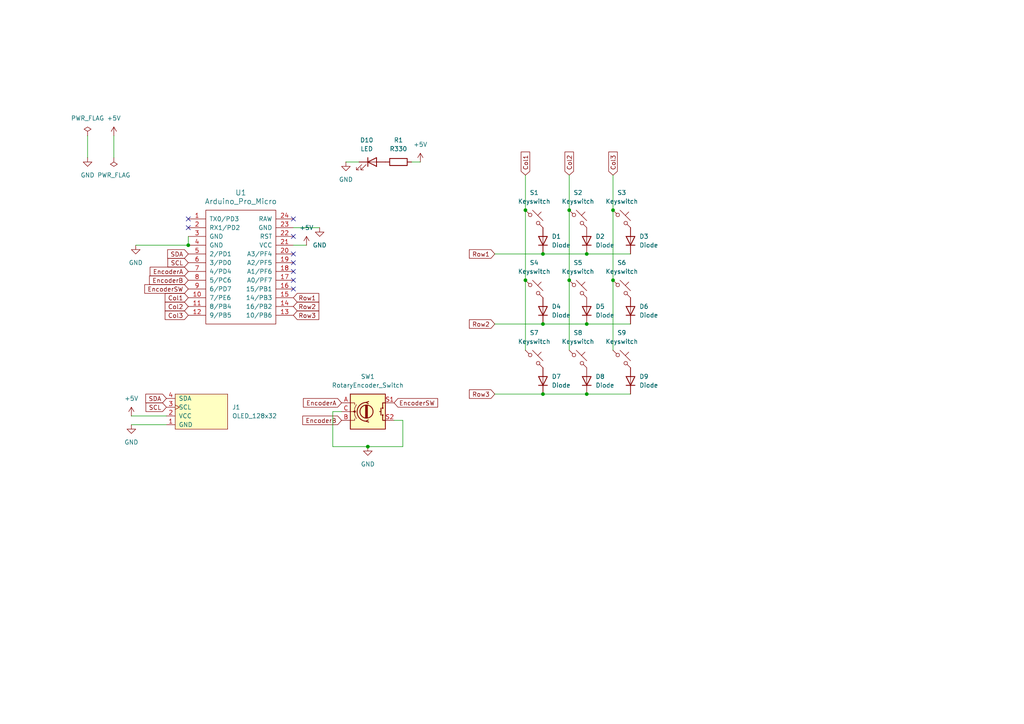
<source format=kicad_sch>
(kicad_sch (version 20231120) (generator "eeschema") (generator_version "8.0")
  (paper "A4")
  (lib_symbols
    (symbol "Device:LED" (pin_numbers hide) (pin_names (offset 1.016) hide)
      (property "Reference" "D" (at 0 2.54 0))
      (property "Value" "LED" (at 0 -2.54 0))
      (symbol "LED_0_1"
        (polyline (pts (xy -1.27 -1.27) (xy -1.27 1.27)) (stroke (width 0.254)))
        (polyline (pts (xy -1.27 0) (xy 1.27 0)))
        (polyline (pts (xy 1.27 -1.27) (xy 1.27 1.27) (xy -1.27 0) (xy 1.27 -1.27)) (stroke (width 0.254)))
        (polyline (pts (xy -3.048 -0.762) (xy -4.572 -2.286) (xy -3.81 -2.286) (xy -4.572 -2.286) (xy -4.572 -1.524)))
        (polyline (pts (xy -1.778 -0.762) (xy -3.302 -2.286) (xy -2.54 -2.286) (xy -3.302 -2.286) (xy -3.302 -1.524)))
      )
      (symbol "LED_1_1"
        (pin passive line (at -3.81 0 0) (length 2.54) (name "K") (number "1"))
        (pin passive line (at 3.81 0 180) (length 2.54) (name "A") (number "2"))
      )
    )
    (symbol "Device:R" (pin_numbers hide) (pin_names (offset 0))
      (property "Reference" "R" (at 2.032 0 90))
      (property "Value" "R" (at 0 0 90))
      (symbol "R_0_1"
        (rectangle (start -1.016 -2.54) (end 1.016 2.54) (stroke (width 0.254)))
      )
      (symbol "R_1_1"
        (pin passive line (at 0 3.81 270) (length 1.27) (name "~") (number "1"))
        (pin passive line (at 0 -3.81 90) (length 1.27) (name "~") (number "2"))
      )
    )
    (symbol "Device:RotaryEncoder_Switch" (pin_names (offset 0.254) hide)
      (property "Reference" "SW" (at 0 6.604 0))
      (property "Value" "RotaryEncoder_Switch" (at 0 -6.604 0))
      (symbol "RotaryEncoder_Switch_0_1"
        (rectangle (start -5.08 5.08) (end 5.08 -5.08) (stroke (width 0.254)) (fill (type background)))
        (circle (center -3.81 0) (radius 0.254) (fill (type outline)))
        (circle (center -0.381 0) (radius 1.905) (stroke (width 0.254)))
        (arc (start -0.381 2.667) (mid -3.0988 -0.0635) (end -0.381 -2.794) (stroke (width 0.254)))
        (polyline (pts (xy -0.635 -1.778) (xy -0.635 1.778)) (stroke (width 0.254)))
        (polyline (pts (xy -0.381 -1.778) (xy -0.381 1.778)) (stroke (width 0.254)))
        (polyline (pts (xy -0.127 1.778) (xy -0.127 -1.778)) (stroke (width 0.254)))
        (polyline (pts (xy 3.81 0) (xy 3.429 0)) (stroke (width 0.254)))
        (polyline (pts (xy 3.81 1.016) (xy 3.81 -1.016)) (stroke (width 0.254)))
        (polyline (pts (xy -5.08 -2.54) (xy -3.81 -2.54) (xy -3.81 -2.032)))
        (polyline (pts (xy -5.08 2.54) (xy -3.81 2.54) (xy -3.81 2.032)))
        (polyline (pts (xy 0.254 -3.048) (xy -0.508 -2.794) (xy 0.127 -2.413)) (stroke (width 0.254)))
        (polyline (pts (xy 0.254 2.921) (xy -0.508 2.667) (xy 0.127 2.286)) (stroke (width 0.254)))
        (polyline (pts (xy 5.08 -2.54) (xy 4.318 -2.54) (xy 4.318 -1.016)) (stroke (width 0.254)))
        (polyline (pts (xy 5.08 2.54) (xy 4.318 2.54) (xy 4.318 1.016)) (stroke (width 0.254)))
        (polyline (pts (xy -5.08 0) (xy -3.81 0) (xy -3.81 -1.016) (xy -3.302 -2.032)))
        (polyline (pts (xy -4.318 0) (xy -3.81 0) (xy -3.81 1.016) (xy -3.302 2.032)))
        (circle (center 4.318 -1.016) (radius 0.127) (stroke (width 0.254)))
        (circle (center 4.318 1.016) (radius 0.127) (stroke (width 0.254)))
      )
      (symbol "RotaryEncoder_Switch_1_1"
        (pin passive line (at -7.62 2.54 0) (length 2.54) (name "A") (number "A"))
        (pin passive line (at -7.62 -2.54 0) (length 2.54) (name "B") (number "B"))
        (pin passive line (at -7.62 0 0) (length 2.54) (name "C") (number "C"))
        (pin passive line (at 7.62 2.54 180) (length 2.54) (name "S1") (number "S1"))
        (pin passive line (at 7.62 -2.54 180) (length 2.54) (name "S2") (number "S2"))
      )
    )
    (symbol "ScottoKeebs:MCU_Arduino_Pro_Micro" (pin_names (offset 1.016))
      (property "Reference" "U" (at 0 0 0))
      (property "Value" "Arduino_Pro_Micro" (at 0 -19.05 0))
      (symbol "MCU_Arduino_Pro_Micro_0_1"
        (rectangle (start -10.16 16.51) (end 10.16 -16.51))
      )
      (symbol "MCU_Arduino_Pro_Micro_1_1"
        (pin input line (at -15.24 13.97 0) (length 5.08) (name "TX0/PD3") (number "1"))
        (pin input line (at -15.24 -8.89 0) (length 5.08) (name "7/PE6") (number "10"))
        (pin input line (at -15.24 -11.43 0) (length 5.08) (name "8/PB4") (number "11"))
        (pin input line (at -15.24 -13.97 0) (length 5.08) (name "9/PB5") (number "12"))
        (pin input line (at 15.24 -13.97 180) (length 5.08) (name "10/PB6") (number "13"))
        (pin input line (at 15.24 -11.43 180) (length 5.08) (name "16/PB2") (number "14"))
        (pin input line (at 15.24 -8.89 180) (length 5.08) (name "14/PB3") (number "15"))
        (pin input line (at 15.24 -6.35 180) (length 5.08) (name "15/PB1") (number "16"))
        (pin input line (at 15.24 -3.81 180) (length 5.08) (name "A0/PF7") (number "17"))
        (pin input line (at 15.24 -1.27 180) (length 5.08) (name "A1/PF6") (number "18"))
        (pin input line (at 15.24 1.27 180) (length 5.08) (name "A2/PF5") (number "19"))
        (pin input line (at -15.24 11.43 0) (length 5.08) (name "RX1/PD2") (number "2"))
        (pin input line (at 15.24 3.81 180) (length 5.08) (name "A3/PF4") (number "20"))
        (pin input line (at 15.24 6.35 180) (length 5.08) (name "VCC") (number "21"))
        (pin input line (at 15.24 8.89 180) (length 5.08) (name "RST") (number "22"))
        (pin input line (at 15.24 11.43 180) (length 5.08) (name "GND") (number "23"))
        (pin input line (at 15.24 13.97 180) (length 5.08) (name "RAW") (number "24"))
        (pin input line (at -15.24 8.89 0) (length 5.08) (name "GND") (number "3"))
        (pin input line (at -15.24 6.35 0) (length 5.08) (name "GND") (number "4"))
        (pin input line (at -15.24 3.81 0) (length 5.08) (name "2/PD1") (number "5"))
        (pin input line (at -15.24 1.27 0) (length 5.08) (name "3/PD0") (number "6"))
        (pin input line (at -15.24 -1.27 0) (length 5.08) (name "4/PD4") (number "7"))
        (pin input line (at -15.24 -3.81 0) (length 5.08) (name "5/PC6") (number "8"))
        (pin input line (at -15.24 -6.35 0) (length 5.08) (name "6/PD7") (number "9"))
      )
    )
    (symbol "ScottoKeebs:OLED_128x32" (pin_names (offset 1.016))
      (property "Reference" "J" (at 0 -6.35 0))
      (property "Value" "OLED_128x32" (at 0 6.35 0))
      (symbol "OLED_128x32_0_1"
        (rectangle (start 0 5.08) (end 15.24 -5.08) (fill (type background)))
      )
      (symbol "OLED_128x32_1_1"
        (pin power_in line (at -2.54 -3.81 0) (length 2.54) (name "GND") (number "1"))
        (pin power_in line (at -2.54 -1.27 0) (length 2.54) (name "VCC") (number "2"))
        (pin input clock (at -2.54 1.27 0) (length 2.54) (name "SCL") (number "3"))
        (pin bidirectional line (at -2.54 3.81 0) (length 2.54) (name "SDA") (number "4"))
      )
    )
    (symbol "ScottoKeebs:Placeholder_Diode" (pin_numbers hide) (pin_names hide)
      (property "Reference" "D" (at 0 2.54 0))
      (property "Value" "Diode" (at 0 -2.54 0))
      (symbol "Placeholder_Diode_0_1"
        (polyline (pts (xy -1.27 1.27) (xy -1.27 -1.27)) (stroke (width 0.254)))
        (polyline (pts (xy 1.27 0) (xy -1.27 0)))
        (polyline (pts (xy 1.27 1.27) (xy 1.27 -1.27) (xy -1.27 0) (xy 1.27 1.27)) (stroke (width 0.254)))
      )
      (symbol "Placeholder_Diode_1_1"
        (pin passive line (at -3.81 0 0) (length 2.54) (name "K") (number "1"))
        (pin passive line (at 3.81 0 180) (length 2.54) (name "A") (number "2"))
      )
    )
    (symbol "ScottoKeebs:Placeholder_Keyswitch" (pin_numbers hide) (pin_names (offset 1.016) hide)
      (property "Reference" "S" (at 3.048 1.016 0))
      (property "Value" "Keyswitch" (at 0 -3.81 0))
      (symbol "Placeholder_Keyswitch_0_1"
        (circle (center -1.1684 1.1684) (radius 0.508))
        (polyline (pts (xy -0.508 2.54) (xy 2.54 -0.508)))
        (polyline (pts (xy 1.016 1.016) (xy 2.032 2.032)))
        (polyline (pts (xy -2.54 2.54) (xy -1.524 1.524) (xy -1.524 1.524)))
        (polyline (pts (xy 1.524 -1.524) (xy 2.54 -2.54) (xy 2.54 -2.54) (xy 2.54 -2.54)))
        (circle (center 1.143 -1.1938) (radius 0.508))
        (pin passive line (at -2.54 2.54 0) (length 0) (name "1") (number "1"))
        (pin passive line (at 2.54 -2.54 180) (length 0) (name "2") (number "2"))
      )
    )
    (symbol "power:+5V" (power) (pin_numbers hide) (pin_names (offset 0) hide)
      (property "Value" "+5V" (at 0 3.556 0))
      (symbol "+5V_0_1"
        (polyline (pts (xy -0.762 1.27) (xy 0 2.54)))
        (polyline (pts (xy 0 0) (xy 0 2.54)))
        (polyline (pts (xy 0 2.54) (xy 0.762 1.27)))
      )
      (symbol "+5V_1_1"
        (pin power_in line (at 0 0 90) (length 0) (name "~") (number "1"))
      )
    )
    (symbol "power:GND" (power) (pin_numbers hide) (pin_names (offset 0) hide)
      (property "Value" "GND" (at 0 -3.81 0))
      (symbol "GND_0_1"
        (polyline (pts (xy 0 0) (xy 0 -1.27) (xy 1.27 -1.27) (xy 0 -2.54) (xy -1.27 -1.27) (xy 0 -1.27)))
      )
      (symbol "GND_1_1"
        (pin power_in line (at 0 0 270) (length 0) (name "~") (number "1"))
      )
    )
    (symbol "power:PWR_FLAG" (power) (pin_numbers hide) (pin_names (offset 0) hide)
      (property "Value" "PWR_FLAG" (at 0 3.81 0))
      (symbol "PWR_FLAG_0_0"
        (pin power_out line (at 0 0 90) (length 0) (name "~") (number "1"))
      )
      (symbol "PWR_FLAG_0_1"
        (polyline (pts (xy 0 0) (xy 0 1.27) (xy -1.016 1.905) (xy 0 2.54) (xy 1.016 1.905) (xy 0 1.27)))
      )
    )
  )
  (junction (at 170.18 73.66))
  (junction (at 170.18 93.98))
  (junction (at 152.4 81.28))
  (junction (at 54.61 71.12))
  (junction (at 165.1 60.96))
  (junction (at 177.8 60.96))
  (junction (at 157.48 93.98))
  (junction (at 157.48 114.3))
  (junction (at 152.4 60.96))
  (junction (at 157.48 73.66))
  (junction (at 170.18 114.3))
  (junction (at 106.68 129.54))
  (junction (at 165.1 81.28))
  (junction (at 177.8 81.28))
  (no_connect (at 85.09 78.74))
  (no_connect (at 85.09 63.5))
  (no_connect (at 85.09 76.2))
  (no_connect (at 85.09 73.66))
  (no_connect (at 85.09 81.28))
  (no_connect (at 85.09 68.58))
  (no_connect (at 85.09 83.82))
  (no_connect (at 54.61 63.5))
  (no_connect (at 54.61 66.04))
  (wire (pts (xy 177.8 81.28) (xy 177.8 101.6)))
  (wire (pts (xy 143.51 114.3) (xy 157.48 114.3)))
  (wire (pts (xy 170.18 73.66) (xy 182.88 73.66)))
  (wire (pts (xy 157.48 93.98) (xy 170.18 93.98)))
  (wire (pts (xy 114.3 121.92) (xy 116.84 121.92)))
  (wire (pts (xy 39.37 71.12) (xy 54.61 71.12)))
  (wire (pts (xy 96.52 119.38) (xy 96.52 129.54)))
  (wire (pts (xy 119.38 46.99) (xy 121.92 46.99)))
  (wire (pts (xy 99.06 119.38) (xy 96.52 119.38)))
  (wire (pts (xy 152.4 60.96) (xy 152.4 81.28)))
  (wire (pts (xy 165.1 60.96) (xy 165.1 81.28)))
  (wire (pts (xy 116.84 129.54) (xy 106.68 129.54)))
  (wire (pts (xy 38.1 120.65) (xy 48.26 120.65)))
  (wire (pts (xy 152.4 81.28) (xy 152.4 101.6)))
  (wire (pts (xy 177.8 60.96) (xy 177.8 81.28)))
  (wire (pts (xy 165.1 81.28) (xy 165.1 101.6)))
  (wire (pts (xy 85.09 66.04) (xy 92.71 66.04)))
  (wire (pts (xy 165.1 50.8) (xy 165.1 60.96)))
  (wire (pts (xy 100.33 46.99) (xy 104.14 46.99)))
  (wire (pts (xy 157.48 114.3) (xy 170.18 114.3)))
  (wire (pts (xy 177.8 50.8) (xy 177.8 60.96)))
  (wire (pts (xy 170.18 93.98) (xy 182.88 93.98)))
  (wire (pts (xy 170.18 114.3) (xy 182.88 114.3)))
  (wire (pts (xy 143.51 93.98) (xy 157.48 93.98)))
  (wire (pts (xy 85.09 71.12) (xy 88.9 71.12)))
  (wire (pts (xy 96.52 129.54) (xy 106.68 129.54)))
  (wire (pts (xy 152.4 50.8) (xy 152.4 60.96)))
  (wire (pts (xy 25.4 39.37) (xy 25.4 45.72)))
  (wire (pts (xy 33.02 39.37) (xy 33.02 45.72)))
  (wire (pts (xy 157.48 73.66) (xy 170.18 73.66)))
  (wire (pts (xy 54.61 68.58) (xy 54.61 71.12)))
  (wire (pts (xy 116.84 121.92) (xy 116.84 129.54)))
  (wire (pts (xy 38.1 123.19) (xy 48.26 123.19)))
  (wire (pts (xy 143.51 73.66) (xy 157.48 73.66)))
  (global_label "Row1" (shape input) (at 85.09 86.36 0) (property "Intersheetrefs" "${INTERSHEET_REFS}" (effects (hide yes))))
  (global_label "SDA" (shape input) (at 54.61 73.66 180) (property "Intersheetrefs" "${INTERSHEET_REFS}" (effects (hide yes))))
  (global_label "EncoderA" (shape input) (at 54.61 78.74 180) (property "Intersheetrefs" "${INTERSHEET_REFS}" (effects (hide yes))))
  (global_label "Col3" (shape input) (at 177.8 50.8 90) (property "Intersheetrefs" "${INTERSHEET_REFS}" (effects (hide yes))))
  (global_label "Row2" (shape input) (at 85.09 88.9 0) (property "Intersheetrefs" "${INTERSHEET_REFS}" (effects (hide yes))))
  (global_label "Col1" (shape input) (at 152.4 50.8 90) (property "Intersheetrefs" "${INTERSHEET_REFS}" (effects (hide yes))))
  (global_label "Col2" (shape input) (at 54.61 88.9 180) (property "Intersheetrefs" "${INTERSHEET_REFS}" (effects (hide yes))))
  (global_label "Row1" (shape input) (at 143.51 73.66 180) (property "Intersheetrefs" "${INTERSHEET_REFS}" (effects (hide yes))))
  (global_label "EncoderB" (shape input) (at 99.06 121.92 180) (property "Intersheetrefs" "${INTERSHEET_REFS}" (effects (hide yes))))
  (global_label "Row3" (shape input) (at 85.09 91.44 0) (property "Intersheetrefs" "${INTERSHEET_REFS}" (effects (hide yes))))
  (global_label "Col2" (shape input) (at 165.1 50.8 90) (property "Intersheetrefs" "${INTERSHEET_REFS}" (effects (hide yes))))
  (global_label "SCL" (shape input) (at 54.61 76.2 180) (property "Intersheetrefs" "${INTERSHEET_REFS}" (effects (hide yes))))
  (global_label "SCL" (shape input) (at 48.26 118.11 180) (property "Intersheetrefs" "${INTERSHEET_REFS}" (effects (hide yes))))
  (global_label "SDA" (shape input) (at 48.26 115.57 180) (property "Intersheetrefs" "${INTERSHEET_REFS}" (effects (hide yes))))
  (global_label "Row2" (shape input) (at 143.51 93.98 180) (property "Intersheetrefs" "${INTERSHEET_REFS}" (effects (hide yes))))
  (global_label "EncoderSW" (shape input) (at 114.3 116.84 0) (property "Intersheetrefs" "${INTERSHEET_REFS}" (effects (hide yes))))
  (global_label "EncoderSW" (shape input) (at 54.61 83.82 180) (property "Intersheetrefs" "${INTERSHEET_REFS}" (effects (hide yes))))
  (global_label "Col3" (shape input) (at 54.61 91.44 180) (property "Intersheetrefs" "${INTERSHEET_REFS}" (effects (hide yes))))
  (global_label "Row3" (shape input) (at 143.51 114.3 180) (property "Intersheetrefs" "${INTERSHEET_REFS}" (effects (hide yes))))
  (global_label "EncoderA" (shape input) (at 99.06 116.84 180) (property "Intersheetrefs" "${INTERSHEET_REFS}" (effects (hide yes))))
  (global_label "EncoderB" (shape input) (at 54.61 81.28 180) (property "Intersheetrefs" "${INTERSHEET_REFS}" (effects (hide yes))))
  (global_label "Col1" (shape input) (at 54.61 86.36 180) (property "Intersheetrefs" "${INTERSHEET_REFS}" (effects (hide yes))))
  (symbol (lib_id "ScottoKeebs:Placeholder_Keyswitch") (at 180.34 63.5 0) (unit 1)
    (property "Reference" "S3" (at 180.34 55.88 0))
    (property "Value" "Keyswitch" (at 180.34 58.42 0))
    (property "Footprint" "ScottoKeebs_MX:MX_PCB_1.00u" (effects (hide yes)))
    (property "Description" "Push button switch, normally open, two pins, 45° tilted" (effects (hide yes)))
  )
  (symbol (lib_id "power:+5V") (at 33.02 39.37 0) (unit 1)
    (property "Reference" "#PWR03" (effects (hide yes)))
    (property "Value" "+5V" (at 33.02 34.29 0))
    (property "Description" "Power symbol creates a global label with name \"+5V\"" (effects (hide yes)))
  )
  (symbol (lib_id "ScottoKeebs:Placeholder_Diode") (at 182.88 110.49 90) (unit 1)
    (property "Reference" "D9" (at 185.42 109.2199 90) (effects (justify right)))
    (property "Value" "Diode" (at 185.42 111.7599 90) (effects (justify right)))
    (property "Footprint" "ScottoKeebs_Components:Diode_DO-35" (effects (hide yes)))
    (property "Description" "1N4148 (DO-35) or 1N4148W (SOD-123)" (effects (hide yes)))
    (property "Sim.Device" "D" (effects (hide yes)))
    (property "Sim.Pins" "1=K 2=A" (effects (hide yes)))
  )
  (symbol (lib_id "Device:LED") (at 107.95 46.99 0) (unit 1)
    (property "Reference" "D10" (at 106.3625 40.64 0))
    (property "Value" "LED" (at 106.3625 43.18 0))
    (property "Footprint" "LED_THT:LED_D5.0mm" (effects (hide yes)))
    (property "Description" "Light emitting diode" (effects (hide yes)))
  )
  (symbol (lib_id "ScottoKeebs:Placeholder_Diode") (at 170.18 69.85 90) (unit 1)
    (property "Reference" "D2" (at 172.72 68.5799 90) (effects (justify right)))
    (property "Value" "Diode" (at 172.72 71.1199 90) (effects (justify right)))
    (property "Footprint" "ScottoKeebs_Components:Diode_DO-35" (effects (hide yes)))
    (property "Description" "1N4148 (DO-35) or 1N4148W (SOD-123)" (effects (hide yes)))
    (property "Sim.Device" "D" (effects (hide yes)))
    (property "Sim.Pins" "1=K 2=A" (effects (hide yes)))
  )
  (symbol (lib_id "ScottoKeebs:Placeholder_Keyswitch") (at 167.64 83.82 0) (unit 1)
    (property "Reference" "S5" (at 167.64 76.2 0))
    (property "Value" "Keyswitch" (at 167.64 78.74 0))
    (property "Footprint" "ScottoKeebs_MX:MX_PCB_1.00u" (effects (hide yes)))
    (property "Description" "Push button switch, normally open, two pins, 45° tilted" (effects (hide yes)))
  )
  (symbol (lib_id "ScottoKeebs:Placeholder_Keyswitch") (at 154.94 104.14 0) (unit 1)
    (property "Reference" "S7" (at 154.94 96.52 0))
    (property "Value" "Keyswitch" (at 154.94 99.06 0))
    (property "Footprint" "ScottoKeebs_MX:MX_PCB_1.00u" (effects (hide yes)))
    (property "Description" "Push button switch, normally open, two pins, 45° tilted" (effects (hide yes)))
  )
  (symbol (lib_id "power:PWR_FLAG") (at 25.4 39.37 0) (unit 1)
    (property "Reference" "#FLG01" (effects (hide yes)))
    (property "Value" "PWR_FLAG" (at 25.4 34.29 0))
    (property "Description" "Special symbol for telling ERC where power comes from" (effects (hide yes)))
  )
  (symbol (lib_id "ScottoKeebs:Placeholder_Keyswitch") (at 167.64 63.5 0) (unit 1)
    (property "Reference" "S2" (at 167.64 55.88 0))
    (property "Value" "Keyswitch" (at 167.64 58.42 0))
    (property "Footprint" "ScottoKeebs_MX:MX_PCB_1.00u" (effects (hide yes)))
    (property "Description" "Push button switch, normally open, two pins, 45° tilted" (effects (hide yes)))
  )
  (symbol (lib_id "power:+5V") (at 88.9 71.12 0) (unit 1)
    (property "Reference" "#PWR07" (effects (hide yes)))
    (property "Value" "+5V" (at 88.9 66.04 0))
    (property "Description" "Power symbol creates a global label with name \"+5V\"" (effects (hide yes)))
  )
  (symbol (lib_id "power:GND") (at 92.71 66.04 0) (unit 1)
    (property "Reference" "#PWR06" (effects (hide yes)))
    (property "Value" "GND" (at 92.71 71.12 0))
    (property "Description" "Power symbol creates a global label with name \"GND\" , ground" (effects (hide yes)))
  )
  (symbol (lib_id "ScottoKeebs:Placeholder_Diode") (at 170.18 110.49 90) (unit 1)
    (property "Reference" "D8" (at 172.72 109.2199 90) (effects (justify right)))
    (property "Value" "Diode" (at 172.72 111.7599 90) (effects (justify right)))
    (property "Footprint" "ScottoKeebs_Components:Diode_DO-35" (effects (hide yes)))
    (property "Description" "1N4148 (DO-35) or 1N4148W (SOD-123)" (effects (hide yes)))
    (property "Sim.Device" "D" (effects (hide yes)))
    (property "Sim.Pins" "1=K 2=A" (effects (hide yes)))
  )
  (symbol (lib_id "power:GND") (at 106.68 129.54 0) (unit 1)
    (property "Reference" "#PWR010" (effects (hide yes)))
    (property "Value" "GND" (at 106.68 134.62 0))
    (property "Description" "Power symbol creates a global label with name \"GND\" , ground" (effects (hide yes)))
  )
  (symbol (lib_id "ScottoKeebs:Placeholder_Keyswitch") (at 180.34 104.14 0) (unit 1)
    (property "Reference" "S9" (at 180.34 96.52 0))
    (property "Value" "Keyswitch" (at 180.34 99.06 0))
    (property "Footprint" "ScottoKeebs_MX:MX_PCB_1.00u" (effects (hide yes)))
    (property "Description" "Push button switch, normally open, two pins, 45° tilted" (effects (hide yes)))
  )
  (symbol (lib_id "power:GND") (at 39.37 71.12 0) (unit 1)
    (property "Reference" "#PWR05" (effects (hide yes)))
    (property "Value" "GND" (at 39.37 76.2 0))
    (property "Description" "Power symbol creates a global label with name \"GND\" , ground" (effects (hide yes)))
  )
  (symbol (lib_id "ScottoKeebs:Placeholder_Diode") (at 157.48 69.85 90) (unit 1)
    (property "Reference" "D1" (at 160.02 68.5799 90) (effects (justify right)))
    (property "Value" "Diode" (at 160.02 71.1199 90) (effects (justify right)))
    (property "Footprint" "ScottoKeebs_Components:Diode_DO-35" (effects (hide yes)))
    (property "Description" "1N4148 (DO-35) or 1N4148W (SOD-123)" (effects (hide yes)))
    (property "Sim.Device" "D" (effects (hide yes)))
    (property "Sim.Pins" "1=K 2=A" (effects (hide yes)))
  )
  (symbol (lib_id "power:+5V") (at 38.1 120.65 0) (unit 1)
    (property "Reference" "#PWR09" (effects (hide yes)))
    (property "Value" "+5V" (at 38.1 115.57 0))
    (property "Description" "Power symbol creates a global label with name \"+5V\"" (effects (hide yes)))
  )
  (symbol (lib_id "power:GND") (at 100.33 46.99 0) (unit 1)
    (property "Reference" "#PWR02" (effects (hide yes)))
    (property "Value" "GND" (at 100.33 52.07 0))
    (property "Description" "Power symbol creates a global label with name \"GND\" , ground" (effects (hide yes)))
  )
  (symbol (lib_id "ScottoKeebs:Placeholder_Keyswitch") (at 180.34 83.82 0) (unit 1)
    (property "Reference" "S6" (at 180.34 76.2 0))
    (property "Value" "Keyswitch" (at 180.34 78.74 0))
    (property "Footprint" "ScottoKeebs_MX:MX_PCB_1.00u" (effects (hide yes)))
    (property "Description" "Push button switch, normally open, two pins, 45° tilted" (effects (hide yes)))
  )
  (symbol (lib_id "ScottoKeebs:Placeholder_Diode") (at 157.48 110.49 90) (unit 1)
    (property "Reference" "D7" (at 160.02 109.2199 90) (effects (justify right)))
    (property "Value" "Diode" (at 160.02 111.7599 90) (effects (justify right)))
    (property "Footprint" "ScottoKeebs_Components:Diode_DO-35" (effects (hide yes)))
    (property "Description" "1N4148 (DO-35) or 1N4148W (SOD-123)" (effects (hide yes)))
    (property "Sim.Device" "D" (effects (hide yes)))
    (property "Sim.Pins" "1=K 2=A" (effects (hide yes)))
  )
  (symbol (lib_id "ScottoKeebs:OLED_128x32") (at 50.8 119.38 0) (unit 1)
    (property "Reference" "J1" (at 67.31 118.1099 0) (effects (justify left)))
    (property "Value" "OLED_128x32" (at 67.31 120.6499 0) (effects (justify left)))
    (property "Footprint" "ScottoKeebs_Components:OLED_128x32" (effects (hide yes)))
  )
  (symbol (lib_id "Device:RotaryEncoder_Switch") (at 106.68 119.38 0) (unit 1)
    (property "Reference" "SW1" (at 106.68 109.22 0))
    (property "Value" "RotaryEncoder_Switch" (at 106.68 111.76 0))
    (property "Footprint" "Rotary_Encoder:RotaryEncoder_Alps_EC12E-Switch_Vertical_H20mm" (effects (hide yes)))
    (property "Description" "Rotary encoder, dual channel, incremental quadrate outputs, with switch" (effects (hide yes)))
  )
  (symbol (lib_id "power:GND") (at 25.4 45.72 0) (unit 1)
    (property "Reference" "#PWR04" (effects (hide yes)))
    (property "Value" "GND" (at 25.4 50.8 0))
    (property "Description" "Power symbol creates a global label with name \"GND\" , ground" (effects (hide yes)))
  )
  (symbol (lib_id "ScottoKeebs:Placeholder_Diode") (at 170.18 90.17 90) (unit 1)
    (property "Reference" "D5" (at 172.72 88.8999 90) (effects (justify right)))
    (property "Value" "Diode" (at 172.72 91.4399 90) (effects (justify right)))
    (property "Footprint" "ScottoKeebs_Components:Diode_DO-35" (effects (hide yes)))
    (property "Description" "1N4148 (DO-35) or 1N4148W (SOD-123)" (effects (hide yes)))
    (property "Sim.Device" "D" (effects (hide yes)))
    (property "Sim.Pins" "1=K 2=A" (effects (hide yes)))
  )
  (symbol (lib_id "power:+5V") (at 121.92 46.99 0) (unit 1)
    (property "Reference" "#PWR01" (effects (hide yes)))
    (property "Value" "+5V" (at 121.92 41.91 0))
    (property "Description" "Power symbol creates a global label with name \"+5V\"" (effects (hide yes)))
  )
  (symbol (lib_id "Device:R") (at 115.57 46.99 90) (unit 1)
    (property "Reference" "R1" (at 115.57 40.64 90))
    (property "Value" "R330" (at 115.57 43.18 90))
    (property "Footprint" "Resistor_THT:R_Axial_DIN0207_L6.3mm_D2.5mm_P7.62mm_Horizontal" (effects (hide yes)))
    (property "Description" "Resistor" (effects (hide yes)))
  )
  (symbol (lib_id "ScottoKeebs:Placeholder_Keyswitch") (at 154.94 83.82 0) (unit 1)
    (property "Reference" "S4" (at 154.94 76.2 0))
    (property "Value" "Keyswitch" (at 154.94 78.74 0))
    (property "Footprint" "ScottoKeebs_MX:MX_PCB_1.00u" (effects (hide yes)))
    (property "Description" "Push button switch, normally open, two pins, 45° tilted" (effects (hide yes)))
  )
  (symbol (lib_id "ScottoKeebs:Placeholder_Diode") (at 182.88 90.17 90) (unit 1)
    (property "Reference" "D6" (at 185.42 88.8999 90) (effects (justify right)))
    (property "Value" "Diode" (at 185.42 91.4399 90) (effects (justify right)))
    (property "Footprint" "ScottoKeebs_Components:Diode_DO-35" (effects (hide yes)))
    (property "Description" "1N4148 (DO-35) or 1N4148W (SOD-123)" (effects (hide yes)))
    (property "Sim.Device" "D" (effects (hide yes)))
    (property "Sim.Pins" "1=K 2=A" (effects (hide yes)))
  )
  (symbol (lib_id "ScottoKeebs:Placeholder_Keyswitch") (at 167.64 104.14 0) (unit 1)
    (property "Reference" "S8" (at 167.64 96.52 0))
    (property "Value" "Keyswitch" (at 167.64 99.06 0))
    (property "Footprint" "ScottoKeebs_MX:MX_PCB_1.00u" (effects (hide yes)))
    (property "Description" "Push button switch, normally open, two pins, 45° tilted" (effects (hide yes)))
  )
  (symbol (lib_id "ScottoKeebs:MCU_Arduino_Pro_Micro") (at 69.85 77.47 0) (unit 1)
    (property "Reference" "U1" (at 69.85 55.88 0) (effects (font (size 1.524 1.524))))
    (property "Value" "Arduino_Pro_Micro" (at 69.85 58.42 0) (effects (font (size 1.524 1.524))))
    (property "Footprint" "ScottoKeebs_MCU:Arduino_Pro_Micro" (effects (hide yes)))
  )
  (symbol (lib_id "ScottoKeebs:Placeholder_Keyswitch") (at 154.94 63.5 0) (unit 1)
    (property "Reference" "S1" (at 154.94 55.88 0))
    (property "Value" "Keyswitch" (at 154.94 58.42 0))
    (property "Footprint" "ScottoKeebs_MX:MX_PCB_1.00u" (effects (hide yes)))
    (property "Description" "Push button switch, normally open, two pins, 45° tilted" (effects (hide yes)))
  )
  (symbol (lib_id "power:PWR_FLAG") (at 33.02 45.72 180) (unit 1)
    (property "Reference" "#FLG02" (effects (hide yes)))
    (property "Value" "PWR_FLAG" (at 33.02 50.8 0))
    (property "Description" "Special symbol for telling ERC where power comes from" (effects (hide yes)))
  )
  (symbol (lib_id "power:GND") (at 38.1 123.19 0) (unit 1)
    (property "Reference" "#PWR08" (effects (hide yes)))
    (property "Value" "GND" (at 38.1 128.27 0))
    (property "Description" "Power symbol creates a global label with name \"GND\" , ground" (effects (hide yes)))
  )
  (symbol (lib_id "ScottoKeebs:Placeholder_Diode") (at 182.88 69.85 90) (unit 1)
    (property "Reference" "D3" (at 185.42 68.5799 90) (effects (justify right)))
    (property "Value" "Diode" (at 185.42 71.1199 90) (effects (justify right)))
    (property "Footprint" "ScottoKeebs_Components:Diode_DO-35" (effects (hide yes)))
    (property "Description" "1N4148 (DO-35) or 1N4148W (SOD-123)" (effects (hide yes)))
    (property "Sim.Device" "D" (effects (hide yes)))
    (property "Sim.Pins" "1=K 2=A" (effects (hide yes)))
  )
  (symbol (lib_id "ScottoKeebs:Placeholder_Diode") (at 157.48 90.17 90) (unit 1)
    (property "Reference" "D4" (at 160.02 88.8999 90) (effects (justify right)))
    (property "Value" "Diode" (at 160.02 91.4399 90) (effects (justify right)))
    (property "Footprint" "ScottoKeebs_Components:Diode_DO-35" (effects (hide yes)))
    (property "Description" "1N4148 (DO-35) or 1N4148W (SOD-123)" (effects (hide yes)))
    (property "Sim.Device" "D" (effects (hide yes)))
    (property "Sim.Pins" "1=K 2=A" (effects (hide yes)))
  )
)
</source>
